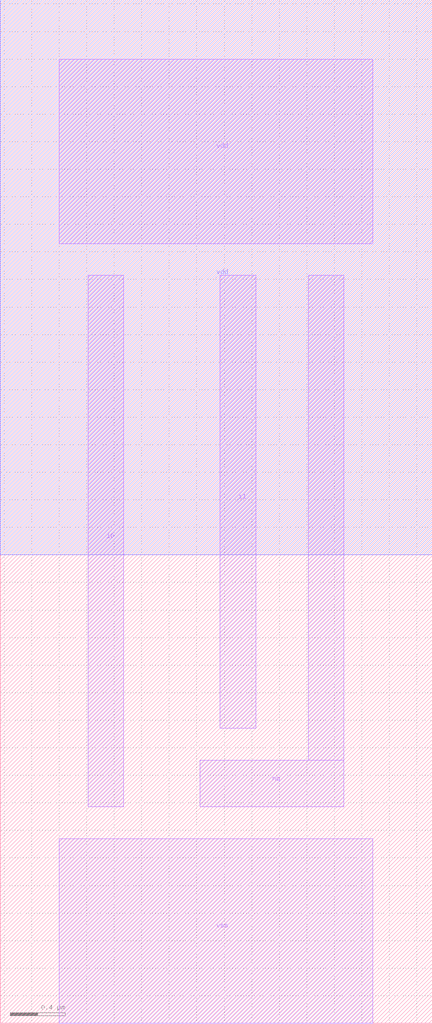
<source format=lef>
VERSION 5.7 ;
  NOWIREEXTENSIONATPIN ON ;
  DIVIDERCHAR "/" ;
  BUSBITCHARS "[]" ;
MACRO nor2_x0
  CLASS BLOCK ;
  FOREIGN nor2_x0 ;
  ORIGIN 0.430 0.000 ;
  SIZE 3.140 BY 7.430 ;
  PIN vss
    ANTENNADIFFAREA 1.494400 ;
    PORT
      LAYER Metal1 ;
        RECT 0.000 0.000 2.280 1.340 ;
    END
  END vss
  PIN vdd
    ANTENNADIFFAREA 1.107200 ;
    PORT
      LAYER Nwell ;
        RECT -0.430 3.400 2.710 7.430 ;
      LAYER Metal1 ;
        RECT 0.000 5.660 2.280 7.000 ;
    END
  END vdd
  PIN nq
    ANTENNADIFFAREA 0.844800 ;
    PORT
      LAYER Metal1 ;
        RECT 1.810 1.910 2.070 5.430 ;
        RECT 1.025 1.570 2.070 1.910 ;
    END
  END nq
  PIN i0
    ANTENNAGATEAREA 0.492800 ;
    PORT
      LAYER Metal1 ;
        RECT 0.210 1.570 0.470 5.430 ;
    END
  END i0
  PIN i1
    ANTENNAGATEAREA 0.492800 ;
    PORT
      LAYER Metal1 ;
        RECT 1.170 2.140 1.430 5.430 ;
    END
  END i1
END nor2_x0
END LIBRARY


</source>
